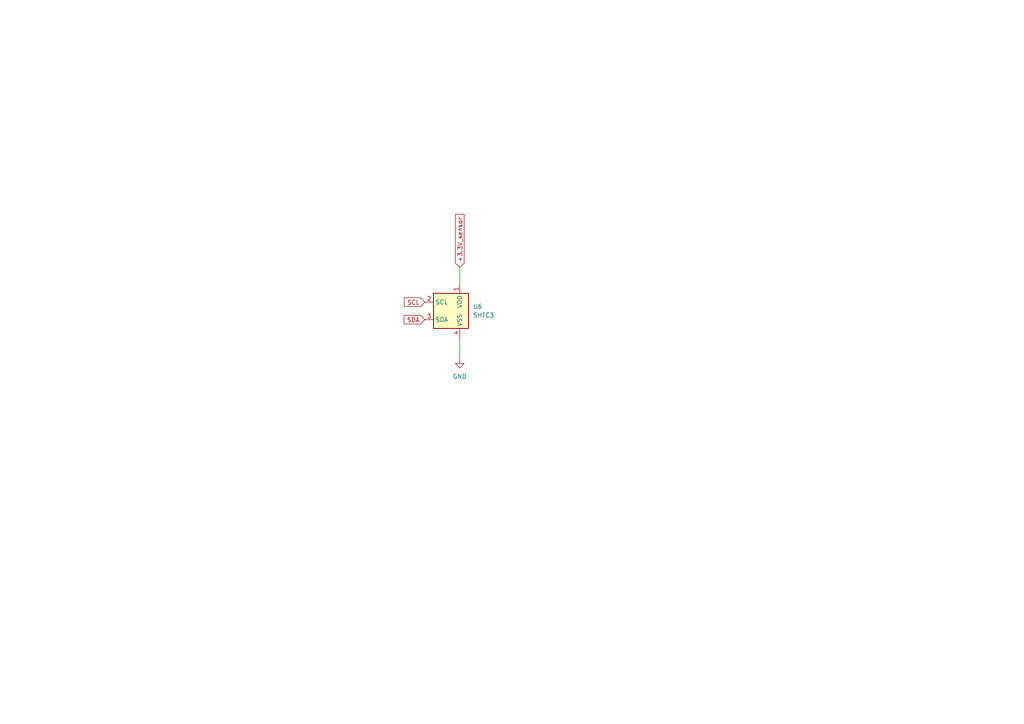
<source format=kicad_sch>
(kicad_sch (version 20250114) (generator "eeschema") (generator_version "9.0")
  (paper "A4")
  (lib_symbols
    (symbol "Sensor_Humidity:SHTC3"
      (property "Reference" "U" (at -3.81 6.35 0))
      (property "Value" "SHTC3" (at -2.54 -6.35 0))
      (symbol "SHTC3_1_1"
        (rectangle (start -5.08 5.08) (end 5.08 -5.08) (stroke (width 0.254)) (fill (type background)))
        (pin input line (at -7.62 2.54 0) (length 2.54) (name "SCL") (number "2"))
        (pin bidirectional line (at -7.62 -2.54 0) (length 2.54) (name "SDA") (number "3"))
        (pin power_in line (at 2.54 7.62 270) (length 2.54) (name "VDD") (number "1"))
        (pin power_in line (at 2.54 -7.62 90) (length 2.54) (name "VSS") (number "4"))
        (pin no_connect line (at 5.08 0 180) (length 2.54) (hide yes) (name "NC") (number "5"))
      )
    )
    (symbol "power:GND" (power) (pin_numbers (hide yes)) (pin_names (offset 0) (hide yes))
      (property "Value" "GND" (at 0 -3.81 0))
      (symbol "GND_0_1"
        (polyline (pts (xy 0 0) (xy 0 -1.27) (xy 1.27 -1.27) (xy 0 -2.54) (xy -1.27 -1.27) (xy 0 -1.27)))
      )
      (symbol "GND_1_1"
        (pin power_in line (at 0 0 270) (length 0) (name "~") (number "1"))
      )
    )
  )
  (wire (pts (xy 133.35 97.79) (xy 133.35 104.14)))
  (wire (pts (xy 133.35 77.47) (xy 133.35 82.55)))
  (global_label "SCL" (shape input) (at 123.19 87.63 180) (property "Intersheetrefs" "${INTERSHEET_REFS}" (effects (hide yes))))
  (global_label "+3.3V_sensor" (shape input) (at 133.35 77.47 90) (property "Intersheetrefs" "${INTERSHEET_REFS}" (effects (hide yes))))
  (global_label "SDA" (shape input) (at 123.19 92.71 180) (property "Intersheetrefs" "${INTERSHEET_REFS}" (effects (hide yes))))
  (symbol (lib_id "power:GND") (at 133.35 104.14 0) (unit 1)
    (property "Reference" "#PWR026" (effects (hide yes)))
    (property "Value" "GND" (at 133.35 109.22 0))
    (property "Description" "Power symbol creates a global label with name \"GND\" , ground" (effects (hide yes)))
  )
  (symbol (lib_id "Sensor_Humidity:SHTC3") (at 130.81 90.17 0) (unit 1)
    (property "Reference" "U6" (at 137.16 88.8999 0) (effects (justify left)))
    (property "Value" "SHTC3" (at 137.16 91.4399 0) (effects (justify left)))
    (property "Footprint" "Sensor_Humidity:Sensirion_DFN-4-1EP_2x2mm_P1mm_EP0.7x1.6mm" (effects (hide yes)))
    (property "Datasheet" "https://www.sensirion.com/fileadmin/user_upload/customers/sensirion/Dokumente/0_Datasheets/Humidity/Sensirion_Humidity_Sensors_SHTC3_Datasheet.pdf" (effects (hide yes)))
    (property "Description" "Humidity and Temperature Sensor, ±2%RH, ±0.2°C, I2C, 1.62-3.6V, DFN-4" (effects (hide yes)))
  )
)
</source>
